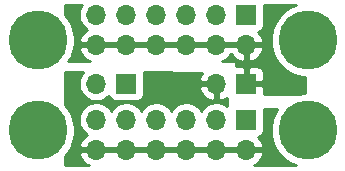
<source format=gbl>
G04 #@! TF.GenerationSoftware,KiCad,Pcbnew,(5.1.5)-3*
G04 #@! TF.CreationDate,2020-11-13T08:06:48-05:00*
G04 #@! TF.ProjectId,PowerDistrib,506f7765-7244-4697-9374-7269622e6b69,rev?*
G04 #@! TF.SameCoordinates,Original*
G04 #@! TF.FileFunction,Copper,L2,Bot*
G04 #@! TF.FilePolarity,Positive*
%FSLAX46Y46*%
G04 Gerber Fmt 4.6, Leading zero omitted, Abs format (unit mm)*
G04 Created by KiCad (PCBNEW (5.1.5)-3) date 2020-11-13 08:06:48*
%MOMM*%
%LPD*%
G04 APERTURE LIST*
%ADD10O,1.700000X1.700000*%
%ADD11R,1.700000X1.700000*%
%ADD12C,5.000000*%
%ADD13C,0.254000*%
G04 APERTURE END LIST*
D10*
X124968000Y-78486000D03*
X124968000Y-75946000D03*
X127508000Y-78486000D03*
X127508000Y-75946000D03*
X130048000Y-78486000D03*
X130048000Y-75946000D03*
X132588000Y-78486000D03*
X132588000Y-75946000D03*
X135128000Y-78486000D03*
X135128000Y-75946000D03*
X137668000Y-78486000D03*
D11*
X137668000Y-75946000D03*
X137668000Y-67056000D03*
D10*
X137668000Y-69596000D03*
X135128000Y-67056000D03*
X135128000Y-69596000D03*
X132588000Y-67056000D03*
X132588000Y-69596000D03*
X130048000Y-67056000D03*
X130048000Y-69596000D03*
X127508000Y-67056000D03*
X127508000Y-69596000D03*
X124968000Y-67056000D03*
X124968000Y-69596000D03*
D11*
X137668000Y-72898000D03*
D10*
X135128000Y-72898000D03*
X124968000Y-72898000D03*
D11*
X127508000Y-72898000D03*
D12*
X142875000Y-69215000D03*
X142875000Y-76835000D03*
X120015000Y-69215000D03*
X120015000Y-76835000D03*
D13*
G36*
X123868483Y-71897410D02*
G01*
X123814525Y-71951368D01*
X123652010Y-72194589D01*
X123540068Y-72464842D01*
X123483000Y-72751740D01*
X123483000Y-73044260D01*
X123540068Y-73331158D01*
X123652010Y-73601411D01*
X123814525Y-73844632D01*
X124021368Y-74051475D01*
X124264589Y-74213990D01*
X124534842Y-74325932D01*
X124821740Y-74383000D01*
X125114260Y-74383000D01*
X125401158Y-74325932D01*
X125671411Y-74213990D01*
X125914632Y-74051475D01*
X126046487Y-73919620D01*
X126068498Y-73992180D01*
X126127463Y-74102494D01*
X126206815Y-74199185D01*
X126303506Y-74278537D01*
X126413820Y-74337502D01*
X126533518Y-74373812D01*
X126658000Y-74386072D01*
X128358000Y-74386072D01*
X128482482Y-74373812D01*
X128602180Y-74337502D01*
X128712494Y-74278537D01*
X128809185Y-74199185D01*
X128888537Y-74102494D01*
X128947502Y-73992180D01*
X128983812Y-73872482D01*
X128996072Y-73748000D01*
X128996072Y-73254891D01*
X133686519Y-73254891D01*
X133783843Y-73529252D01*
X133932822Y-73779355D01*
X134127731Y-73995588D01*
X134361080Y-74169641D01*
X134623901Y-74294825D01*
X134771110Y-74339476D01*
X135001000Y-74218155D01*
X135001000Y-73025000D01*
X133807186Y-73025000D01*
X133686519Y-73254891D01*
X128996072Y-73254891D01*
X128996072Y-72048000D01*
X128985822Y-71943931D01*
X133957624Y-71989129D01*
X133932822Y-72016645D01*
X133783843Y-72266748D01*
X133686519Y-72541109D01*
X133807186Y-72771000D01*
X135001000Y-72771000D01*
X135001000Y-72751000D01*
X135255000Y-72751000D01*
X135255000Y-72771000D01*
X135275000Y-72771000D01*
X135275000Y-73025000D01*
X135255000Y-73025000D01*
X135255000Y-74218155D01*
X135484890Y-74339476D01*
X135632099Y-74294825D01*
X135894920Y-74169641D01*
X136017000Y-74078583D01*
X136017000Y-74754017D01*
X135831411Y-74630010D01*
X135561158Y-74518068D01*
X135274260Y-74461000D01*
X134981740Y-74461000D01*
X134694842Y-74518068D01*
X134424589Y-74630010D01*
X134181368Y-74792525D01*
X133974525Y-74999368D01*
X133858000Y-75173760D01*
X133741475Y-74999368D01*
X133534632Y-74792525D01*
X133291411Y-74630010D01*
X133021158Y-74518068D01*
X132734260Y-74461000D01*
X132441740Y-74461000D01*
X132154842Y-74518068D01*
X131884589Y-74630010D01*
X131641368Y-74792525D01*
X131434525Y-74999368D01*
X131318000Y-75173760D01*
X131201475Y-74999368D01*
X130994632Y-74792525D01*
X130751411Y-74630010D01*
X130481158Y-74518068D01*
X130194260Y-74461000D01*
X129901740Y-74461000D01*
X129614842Y-74518068D01*
X129344589Y-74630010D01*
X129101368Y-74792525D01*
X128894525Y-74999368D01*
X128778000Y-75173760D01*
X128661475Y-74999368D01*
X128454632Y-74792525D01*
X128211411Y-74630010D01*
X127941158Y-74518068D01*
X127654260Y-74461000D01*
X127361740Y-74461000D01*
X127074842Y-74518068D01*
X126804589Y-74630010D01*
X126561368Y-74792525D01*
X126354525Y-74999368D01*
X126238000Y-75173760D01*
X126121475Y-74999368D01*
X125914632Y-74792525D01*
X125671411Y-74630010D01*
X125401158Y-74518068D01*
X125114260Y-74461000D01*
X124821740Y-74461000D01*
X124534842Y-74518068D01*
X124264589Y-74630010D01*
X124021368Y-74792525D01*
X123814525Y-74999368D01*
X123652010Y-75242589D01*
X123540068Y-75512842D01*
X123483000Y-75799740D01*
X123483000Y-76092260D01*
X123540068Y-76379158D01*
X123652010Y-76649411D01*
X123814525Y-76892632D01*
X124021368Y-77099475D01*
X124197406Y-77217100D01*
X123967731Y-77388412D01*
X123772822Y-77604645D01*
X123623843Y-77854748D01*
X123526519Y-78129109D01*
X123647186Y-78359000D01*
X124841000Y-78359000D01*
X124841000Y-78339000D01*
X125095000Y-78339000D01*
X125095000Y-78359000D01*
X127381000Y-78359000D01*
X127381000Y-78339000D01*
X127635000Y-78339000D01*
X127635000Y-78359000D01*
X129921000Y-78359000D01*
X129921000Y-78339000D01*
X130175000Y-78339000D01*
X130175000Y-78359000D01*
X132461000Y-78359000D01*
X132461000Y-78339000D01*
X132715000Y-78339000D01*
X132715000Y-78359000D01*
X135001000Y-78359000D01*
X135001000Y-78339000D01*
X135255000Y-78339000D01*
X135255000Y-78359000D01*
X137541000Y-78359000D01*
X137541000Y-78339000D01*
X137795000Y-78339000D01*
X137795000Y-78359000D01*
X138988814Y-78359000D01*
X139109481Y-78129109D01*
X139012157Y-77854748D01*
X138863178Y-77604645D01*
X138686374Y-77408498D01*
X138762180Y-77385502D01*
X138872494Y-77326537D01*
X138969185Y-77247185D01*
X139048537Y-77150494D01*
X139107502Y-77040180D01*
X139143812Y-76920482D01*
X139156072Y-76796000D01*
X139156072Y-75096000D01*
X139152231Y-75057000D01*
X140292589Y-75057000D01*
X140096799Y-75350021D01*
X139860476Y-75920554D01*
X139740000Y-76526229D01*
X139740000Y-77143771D01*
X139860476Y-77749446D01*
X140096799Y-78319979D01*
X140439886Y-78833446D01*
X140876554Y-79270114D01*
X141390021Y-79613201D01*
X141888070Y-79819500D01*
X138305048Y-79819500D01*
X138434920Y-79757641D01*
X138668269Y-79583588D01*
X138863178Y-79367355D01*
X139012157Y-79117252D01*
X139109481Y-78842891D01*
X138988814Y-78613000D01*
X137795000Y-78613000D01*
X137795000Y-78633000D01*
X137541000Y-78633000D01*
X137541000Y-78613000D01*
X135255000Y-78613000D01*
X135255000Y-78633000D01*
X135001000Y-78633000D01*
X135001000Y-78613000D01*
X132715000Y-78613000D01*
X132715000Y-78633000D01*
X132461000Y-78633000D01*
X132461000Y-78613000D01*
X130175000Y-78613000D01*
X130175000Y-78633000D01*
X129921000Y-78633000D01*
X129921000Y-78613000D01*
X127635000Y-78613000D01*
X127635000Y-78633000D01*
X127381000Y-78633000D01*
X127381000Y-78613000D01*
X125095000Y-78613000D01*
X125095000Y-78633000D01*
X124841000Y-78633000D01*
X124841000Y-78613000D01*
X123647186Y-78613000D01*
X123526519Y-78842891D01*
X123623843Y-79117252D01*
X123772822Y-79367355D01*
X123967731Y-79583588D01*
X124201080Y-79757641D01*
X124330952Y-79819500D01*
X122301000Y-79819500D01*
X122301000Y-78982560D01*
X122450114Y-78833446D01*
X122793201Y-78319979D01*
X123029524Y-77749446D01*
X123150000Y-77143771D01*
X123150000Y-76526229D01*
X123029524Y-75920554D01*
X122793201Y-75350021D01*
X122450114Y-74836554D01*
X122301000Y-74687440D01*
X122301000Y-71883160D01*
X123868483Y-71897410D01*
G37*
X123868483Y-71897410D02*
X123814525Y-71951368D01*
X123652010Y-72194589D01*
X123540068Y-72464842D01*
X123483000Y-72751740D01*
X123483000Y-73044260D01*
X123540068Y-73331158D01*
X123652010Y-73601411D01*
X123814525Y-73844632D01*
X124021368Y-74051475D01*
X124264589Y-74213990D01*
X124534842Y-74325932D01*
X124821740Y-74383000D01*
X125114260Y-74383000D01*
X125401158Y-74325932D01*
X125671411Y-74213990D01*
X125914632Y-74051475D01*
X126046487Y-73919620D01*
X126068498Y-73992180D01*
X126127463Y-74102494D01*
X126206815Y-74199185D01*
X126303506Y-74278537D01*
X126413820Y-74337502D01*
X126533518Y-74373812D01*
X126658000Y-74386072D01*
X128358000Y-74386072D01*
X128482482Y-74373812D01*
X128602180Y-74337502D01*
X128712494Y-74278537D01*
X128809185Y-74199185D01*
X128888537Y-74102494D01*
X128947502Y-73992180D01*
X128983812Y-73872482D01*
X128996072Y-73748000D01*
X128996072Y-73254891D01*
X133686519Y-73254891D01*
X133783843Y-73529252D01*
X133932822Y-73779355D01*
X134127731Y-73995588D01*
X134361080Y-74169641D01*
X134623901Y-74294825D01*
X134771110Y-74339476D01*
X135001000Y-74218155D01*
X135001000Y-73025000D01*
X133807186Y-73025000D01*
X133686519Y-73254891D01*
X128996072Y-73254891D01*
X128996072Y-72048000D01*
X128985822Y-71943931D01*
X133957624Y-71989129D01*
X133932822Y-72016645D01*
X133783843Y-72266748D01*
X133686519Y-72541109D01*
X133807186Y-72771000D01*
X135001000Y-72771000D01*
X135001000Y-72751000D01*
X135255000Y-72751000D01*
X135255000Y-72771000D01*
X135275000Y-72771000D01*
X135275000Y-73025000D01*
X135255000Y-73025000D01*
X135255000Y-74218155D01*
X135484890Y-74339476D01*
X135632099Y-74294825D01*
X135894920Y-74169641D01*
X136017000Y-74078583D01*
X136017000Y-74754017D01*
X135831411Y-74630010D01*
X135561158Y-74518068D01*
X135274260Y-74461000D01*
X134981740Y-74461000D01*
X134694842Y-74518068D01*
X134424589Y-74630010D01*
X134181368Y-74792525D01*
X133974525Y-74999368D01*
X133858000Y-75173760D01*
X133741475Y-74999368D01*
X133534632Y-74792525D01*
X133291411Y-74630010D01*
X133021158Y-74518068D01*
X132734260Y-74461000D01*
X132441740Y-74461000D01*
X132154842Y-74518068D01*
X131884589Y-74630010D01*
X131641368Y-74792525D01*
X131434525Y-74999368D01*
X131318000Y-75173760D01*
X131201475Y-74999368D01*
X130994632Y-74792525D01*
X130751411Y-74630010D01*
X130481158Y-74518068D01*
X130194260Y-74461000D01*
X129901740Y-74461000D01*
X129614842Y-74518068D01*
X129344589Y-74630010D01*
X129101368Y-74792525D01*
X128894525Y-74999368D01*
X128778000Y-75173760D01*
X128661475Y-74999368D01*
X128454632Y-74792525D01*
X128211411Y-74630010D01*
X127941158Y-74518068D01*
X127654260Y-74461000D01*
X127361740Y-74461000D01*
X127074842Y-74518068D01*
X126804589Y-74630010D01*
X126561368Y-74792525D01*
X126354525Y-74999368D01*
X126238000Y-75173760D01*
X126121475Y-74999368D01*
X125914632Y-74792525D01*
X125671411Y-74630010D01*
X125401158Y-74518068D01*
X125114260Y-74461000D01*
X124821740Y-74461000D01*
X124534842Y-74518068D01*
X124264589Y-74630010D01*
X124021368Y-74792525D01*
X123814525Y-74999368D01*
X123652010Y-75242589D01*
X123540068Y-75512842D01*
X123483000Y-75799740D01*
X123483000Y-76092260D01*
X123540068Y-76379158D01*
X123652010Y-76649411D01*
X123814525Y-76892632D01*
X124021368Y-77099475D01*
X124197406Y-77217100D01*
X123967731Y-77388412D01*
X123772822Y-77604645D01*
X123623843Y-77854748D01*
X123526519Y-78129109D01*
X123647186Y-78359000D01*
X124841000Y-78359000D01*
X124841000Y-78339000D01*
X125095000Y-78339000D01*
X125095000Y-78359000D01*
X127381000Y-78359000D01*
X127381000Y-78339000D01*
X127635000Y-78339000D01*
X127635000Y-78359000D01*
X129921000Y-78359000D01*
X129921000Y-78339000D01*
X130175000Y-78339000D01*
X130175000Y-78359000D01*
X132461000Y-78359000D01*
X132461000Y-78339000D01*
X132715000Y-78339000D01*
X132715000Y-78359000D01*
X135001000Y-78359000D01*
X135001000Y-78339000D01*
X135255000Y-78339000D01*
X135255000Y-78359000D01*
X137541000Y-78359000D01*
X137541000Y-78339000D01*
X137795000Y-78339000D01*
X137795000Y-78359000D01*
X138988814Y-78359000D01*
X139109481Y-78129109D01*
X139012157Y-77854748D01*
X138863178Y-77604645D01*
X138686374Y-77408498D01*
X138762180Y-77385502D01*
X138872494Y-77326537D01*
X138969185Y-77247185D01*
X139048537Y-77150494D01*
X139107502Y-77040180D01*
X139143812Y-76920482D01*
X139156072Y-76796000D01*
X139156072Y-75096000D01*
X139152231Y-75057000D01*
X140292589Y-75057000D01*
X140096799Y-75350021D01*
X139860476Y-75920554D01*
X139740000Y-76526229D01*
X139740000Y-77143771D01*
X139860476Y-77749446D01*
X140096799Y-78319979D01*
X140439886Y-78833446D01*
X140876554Y-79270114D01*
X141390021Y-79613201D01*
X141888070Y-79819500D01*
X138305048Y-79819500D01*
X138434920Y-79757641D01*
X138668269Y-79583588D01*
X138863178Y-79367355D01*
X139012157Y-79117252D01*
X139109481Y-78842891D01*
X138988814Y-78613000D01*
X137795000Y-78613000D01*
X137795000Y-78633000D01*
X137541000Y-78633000D01*
X137541000Y-78613000D01*
X135255000Y-78613000D01*
X135255000Y-78633000D01*
X135001000Y-78633000D01*
X135001000Y-78613000D01*
X132715000Y-78613000D01*
X132715000Y-78633000D01*
X132461000Y-78633000D01*
X132461000Y-78613000D01*
X130175000Y-78613000D01*
X130175000Y-78633000D01*
X129921000Y-78633000D01*
X129921000Y-78613000D01*
X127635000Y-78613000D01*
X127635000Y-78633000D01*
X127381000Y-78633000D01*
X127381000Y-78613000D01*
X125095000Y-78613000D01*
X125095000Y-78633000D01*
X124841000Y-78633000D01*
X124841000Y-78613000D01*
X123647186Y-78613000D01*
X123526519Y-78842891D01*
X123623843Y-79117252D01*
X123772822Y-79367355D01*
X123967731Y-79583588D01*
X124201080Y-79757641D01*
X124330952Y-79819500D01*
X122301000Y-79819500D01*
X122301000Y-78982560D01*
X122450114Y-78833446D01*
X122793201Y-78319979D01*
X123029524Y-77749446D01*
X123150000Y-77143771D01*
X123150000Y-76526229D01*
X123029524Y-75920554D01*
X122793201Y-75350021D01*
X122450114Y-74836554D01*
X122301000Y-74687440D01*
X122301000Y-71883160D01*
X123868483Y-71897410D01*
G36*
X123652010Y-66352589D02*
G01*
X123540068Y-66622842D01*
X123483000Y-66909740D01*
X123483000Y-67202260D01*
X123540068Y-67489158D01*
X123652010Y-67759411D01*
X123814525Y-68002632D01*
X124021368Y-68209475D01*
X124197406Y-68327100D01*
X123967731Y-68498412D01*
X123772822Y-68714645D01*
X123623843Y-68964748D01*
X123526519Y-69239109D01*
X123647186Y-69469000D01*
X124841000Y-69469000D01*
X124841000Y-69449000D01*
X125095000Y-69449000D01*
X125095000Y-69469000D01*
X127381000Y-69469000D01*
X127381000Y-69449000D01*
X127635000Y-69449000D01*
X127635000Y-69469000D01*
X129921000Y-69469000D01*
X129921000Y-69449000D01*
X130175000Y-69449000D01*
X130175000Y-69469000D01*
X132461000Y-69469000D01*
X132461000Y-69449000D01*
X132715000Y-69449000D01*
X132715000Y-69469000D01*
X135001000Y-69469000D01*
X135001000Y-69449000D01*
X135255000Y-69449000D01*
X135255000Y-69469000D01*
X137541000Y-69469000D01*
X137541000Y-69449000D01*
X137795000Y-69449000D01*
X137795000Y-69469000D01*
X138988814Y-69469000D01*
X139109481Y-69239109D01*
X139012157Y-68964748D01*
X138863178Y-68714645D01*
X138686374Y-68518498D01*
X138762180Y-68495502D01*
X138872494Y-68436537D01*
X138969185Y-68357185D01*
X139048537Y-68260494D01*
X139107502Y-68150180D01*
X139143812Y-68030482D01*
X139156072Y-67906000D01*
X139156072Y-66230500D01*
X141888070Y-66230500D01*
X141390021Y-66436799D01*
X140876554Y-66779886D01*
X140439886Y-67216554D01*
X140096799Y-67730021D01*
X139860476Y-68300554D01*
X139740000Y-68906229D01*
X139740000Y-69523771D01*
X139860476Y-70129446D01*
X140096799Y-70699979D01*
X140439886Y-71213446D01*
X140876554Y-71650114D01*
X141390021Y-71993201D01*
X141960554Y-72229524D01*
X142566229Y-72350000D01*
X142621000Y-72350000D01*
X142621000Y-73700000D01*
X142566229Y-73700000D01*
X142128850Y-73787000D01*
X139152231Y-73787000D01*
X139156072Y-73748000D01*
X139153000Y-73183750D01*
X138994250Y-73025000D01*
X137795000Y-73025000D01*
X137795000Y-73045000D01*
X137541000Y-73045000D01*
X137541000Y-73025000D01*
X137521000Y-73025000D01*
X137521000Y-72771000D01*
X137541000Y-72771000D01*
X137541000Y-71571750D01*
X137795000Y-71571750D01*
X137795000Y-72771000D01*
X138994250Y-72771000D01*
X139153000Y-72612250D01*
X139156072Y-72048000D01*
X139143812Y-71923518D01*
X139107502Y-71803820D01*
X139048537Y-71693506D01*
X138969185Y-71596815D01*
X138872494Y-71517463D01*
X138762180Y-71458498D01*
X138642482Y-71422188D01*
X138518000Y-71409928D01*
X137953750Y-71413000D01*
X137795000Y-71571750D01*
X137541000Y-71571750D01*
X137382250Y-71413000D01*
X136818000Y-71409928D01*
X136779000Y-71413769D01*
X136779000Y-71120000D01*
X136776560Y-71095224D01*
X136769333Y-71071399D01*
X136757597Y-71049443D01*
X136741803Y-71030197D01*
X136722557Y-71014403D01*
X136700601Y-71002667D01*
X136676776Y-70995440D01*
X136652000Y-70993000D01*
X135631522Y-70993000D01*
X135632099Y-70992825D01*
X135894920Y-70867641D01*
X136128269Y-70693588D01*
X136323178Y-70477355D01*
X136398000Y-70351745D01*
X136472822Y-70477355D01*
X136667731Y-70693588D01*
X136901080Y-70867641D01*
X137163901Y-70992825D01*
X137311110Y-71037476D01*
X137541000Y-70916155D01*
X137541000Y-69723000D01*
X137795000Y-69723000D01*
X137795000Y-70916155D01*
X138024890Y-71037476D01*
X138172099Y-70992825D01*
X138434920Y-70867641D01*
X138668269Y-70693588D01*
X138863178Y-70477355D01*
X139012157Y-70227252D01*
X139109481Y-69952891D01*
X138988814Y-69723000D01*
X137795000Y-69723000D01*
X137541000Y-69723000D01*
X135255000Y-69723000D01*
X135255000Y-69743000D01*
X135001000Y-69743000D01*
X135001000Y-69723000D01*
X132715000Y-69723000D01*
X132715000Y-69743000D01*
X132461000Y-69743000D01*
X132461000Y-69723000D01*
X130175000Y-69723000D01*
X130175000Y-69743000D01*
X129921000Y-69743000D01*
X129921000Y-69723000D01*
X127635000Y-69723000D01*
X127635000Y-69743000D01*
X127381000Y-69743000D01*
X127381000Y-69723000D01*
X125095000Y-69723000D01*
X125095000Y-69743000D01*
X124841000Y-69743000D01*
X124841000Y-69723000D01*
X123647186Y-69723000D01*
X123526519Y-69952891D01*
X123623843Y-70227252D01*
X123772822Y-70477355D01*
X123967731Y-70693588D01*
X124201080Y-70867641D01*
X124463901Y-70992825D01*
X124464478Y-70993000D01*
X122597411Y-70993000D01*
X122793201Y-70699979D01*
X123029524Y-70129446D01*
X123150000Y-69523771D01*
X123150000Y-68906229D01*
X123029524Y-68300554D01*
X122793201Y-67730021D01*
X122450114Y-67216554D01*
X122301000Y-67067440D01*
X122301000Y-66230500D01*
X123733587Y-66230500D01*
X123652010Y-66352589D01*
G37*
X123652010Y-66352589D02*
X123540068Y-66622842D01*
X123483000Y-66909740D01*
X123483000Y-67202260D01*
X123540068Y-67489158D01*
X123652010Y-67759411D01*
X123814525Y-68002632D01*
X124021368Y-68209475D01*
X124197406Y-68327100D01*
X123967731Y-68498412D01*
X123772822Y-68714645D01*
X123623843Y-68964748D01*
X123526519Y-69239109D01*
X123647186Y-69469000D01*
X124841000Y-69469000D01*
X124841000Y-69449000D01*
X125095000Y-69449000D01*
X125095000Y-69469000D01*
X127381000Y-69469000D01*
X127381000Y-69449000D01*
X127635000Y-69449000D01*
X127635000Y-69469000D01*
X129921000Y-69469000D01*
X129921000Y-69449000D01*
X130175000Y-69449000D01*
X130175000Y-69469000D01*
X132461000Y-69469000D01*
X132461000Y-69449000D01*
X132715000Y-69449000D01*
X132715000Y-69469000D01*
X135001000Y-69469000D01*
X135001000Y-69449000D01*
X135255000Y-69449000D01*
X135255000Y-69469000D01*
X137541000Y-69469000D01*
X137541000Y-69449000D01*
X137795000Y-69449000D01*
X137795000Y-69469000D01*
X138988814Y-69469000D01*
X139109481Y-69239109D01*
X139012157Y-68964748D01*
X138863178Y-68714645D01*
X138686374Y-68518498D01*
X138762180Y-68495502D01*
X138872494Y-68436537D01*
X138969185Y-68357185D01*
X139048537Y-68260494D01*
X139107502Y-68150180D01*
X139143812Y-68030482D01*
X139156072Y-67906000D01*
X139156072Y-66230500D01*
X141888070Y-66230500D01*
X141390021Y-66436799D01*
X140876554Y-66779886D01*
X140439886Y-67216554D01*
X140096799Y-67730021D01*
X139860476Y-68300554D01*
X139740000Y-68906229D01*
X139740000Y-69523771D01*
X139860476Y-70129446D01*
X140096799Y-70699979D01*
X140439886Y-71213446D01*
X140876554Y-71650114D01*
X141390021Y-71993201D01*
X141960554Y-72229524D01*
X142566229Y-72350000D01*
X142621000Y-72350000D01*
X142621000Y-73700000D01*
X142566229Y-73700000D01*
X142128850Y-73787000D01*
X139152231Y-73787000D01*
X139156072Y-73748000D01*
X139153000Y-73183750D01*
X138994250Y-73025000D01*
X137795000Y-73025000D01*
X137795000Y-73045000D01*
X137541000Y-73045000D01*
X137541000Y-73025000D01*
X137521000Y-73025000D01*
X137521000Y-72771000D01*
X137541000Y-72771000D01*
X137541000Y-71571750D01*
X137795000Y-71571750D01*
X137795000Y-72771000D01*
X138994250Y-72771000D01*
X139153000Y-72612250D01*
X139156072Y-72048000D01*
X139143812Y-71923518D01*
X139107502Y-71803820D01*
X139048537Y-71693506D01*
X138969185Y-71596815D01*
X138872494Y-71517463D01*
X138762180Y-71458498D01*
X138642482Y-71422188D01*
X138518000Y-71409928D01*
X137953750Y-71413000D01*
X137795000Y-71571750D01*
X137541000Y-71571750D01*
X137382250Y-71413000D01*
X136818000Y-71409928D01*
X136779000Y-71413769D01*
X136779000Y-71120000D01*
X136776560Y-71095224D01*
X136769333Y-71071399D01*
X136757597Y-71049443D01*
X136741803Y-71030197D01*
X136722557Y-71014403D01*
X136700601Y-71002667D01*
X136676776Y-70995440D01*
X136652000Y-70993000D01*
X135631522Y-70993000D01*
X135632099Y-70992825D01*
X135894920Y-70867641D01*
X136128269Y-70693588D01*
X136323178Y-70477355D01*
X136398000Y-70351745D01*
X136472822Y-70477355D01*
X136667731Y-70693588D01*
X136901080Y-70867641D01*
X137163901Y-70992825D01*
X137311110Y-71037476D01*
X137541000Y-70916155D01*
X137541000Y-69723000D01*
X137795000Y-69723000D01*
X137795000Y-70916155D01*
X138024890Y-71037476D01*
X138172099Y-70992825D01*
X138434920Y-70867641D01*
X138668269Y-70693588D01*
X138863178Y-70477355D01*
X139012157Y-70227252D01*
X139109481Y-69952891D01*
X138988814Y-69723000D01*
X137795000Y-69723000D01*
X137541000Y-69723000D01*
X135255000Y-69723000D01*
X135255000Y-69743000D01*
X135001000Y-69743000D01*
X135001000Y-69723000D01*
X132715000Y-69723000D01*
X132715000Y-69743000D01*
X132461000Y-69743000D01*
X132461000Y-69723000D01*
X130175000Y-69723000D01*
X130175000Y-69743000D01*
X129921000Y-69743000D01*
X129921000Y-69723000D01*
X127635000Y-69723000D01*
X127635000Y-69743000D01*
X127381000Y-69743000D01*
X127381000Y-69723000D01*
X125095000Y-69723000D01*
X125095000Y-69743000D01*
X124841000Y-69743000D01*
X124841000Y-69723000D01*
X123647186Y-69723000D01*
X123526519Y-69952891D01*
X123623843Y-70227252D01*
X123772822Y-70477355D01*
X123967731Y-70693588D01*
X124201080Y-70867641D01*
X124463901Y-70992825D01*
X124464478Y-70993000D01*
X122597411Y-70993000D01*
X122793201Y-70699979D01*
X123029524Y-70129446D01*
X123150000Y-69523771D01*
X123150000Y-68906229D01*
X123029524Y-68300554D01*
X122793201Y-67730021D01*
X122450114Y-67216554D01*
X122301000Y-67067440D01*
X122301000Y-66230500D01*
X123733587Y-66230500D01*
X123652010Y-66352589D01*
M02*

</source>
